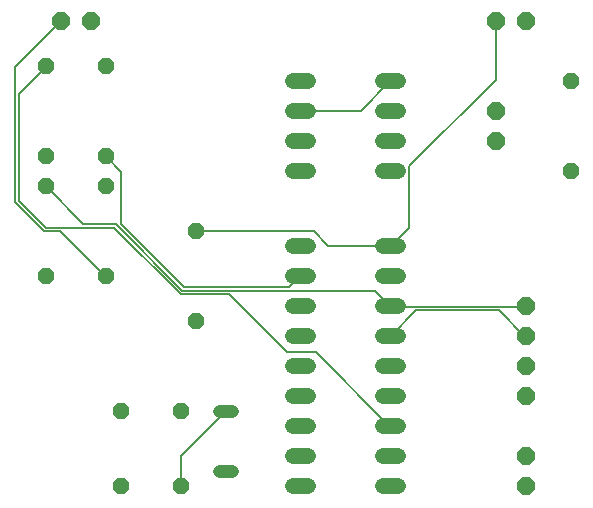
<source format=gbr>
G04 EAGLE Gerber RS-274X export*
G75*
%MOMM*%
%FSLAX34Y34*%
%LPD*%
%INBottom Copper*%
%IPPOS*%
%AMOC8*
5,1,8,0,0,1.08239X$1,22.5*%
G01*
%ADD10P,1.632244X8X202.500000*%
%ADD11P,1.429621X8X202.500000*%
%ADD12P,1.632244X8X22.500000*%
%ADD13C,1.320800*%
%ADD14C,1.117600*%
%ADD15P,1.429621X8X112.500000*%
%ADD16P,1.632244X8X112.500000*%
%ADD17C,0.152400*%


D10*
X444500Y431800D03*
X419100Y431800D03*
X76200Y431800D03*
X50800Y431800D03*
D11*
X152400Y101600D03*
X101600Y101600D03*
X152400Y38100D03*
X101600Y38100D03*
D12*
X419100Y330200D03*
X419100Y355600D03*
D13*
X260604Y241300D02*
X247396Y241300D01*
X247396Y215900D02*
X260604Y215900D01*
X260604Y88900D02*
X247396Y88900D01*
X247396Y63500D02*
X260604Y63500D01*
X260604Y190500D02*
X247396Y190500D01*
X247396Y165100D02*
X260604Y165100D01*
X260604Y114300D02*
X247396Y114300D01*
X247396Y139700D02*
X260604Y139700D01*
X260604Y38100D02*
X247396Y38100D01*
X323596Y38100D02*
X336804Y38100D01*
X336804Y63500D02*
X323596Y63500D01*
X323596Y88900D02*
X336804Y88900D01*
X336804Y114300D02*
X323596Y114300D01*
X323596Y139700D02*
X336804Y139700D01*
X336804Y165100D02*
X323596Y165100D01*
X323596Y190500D02*
X336804Y190500D01*
X336804Y215900D02*
X323596Y215900D01*
X323596Y241300D02*
X336804Y241300D01*
X260604Y381000D02*
X247396Y381000D01*
X247396Y355600D02*
X260604Y355600D01*
X323596Y355600D02*
X336804Y355600D01*
X336804Y381000D02*
X323596Y381000D01*
X260604Y330200D02*
X247396Y330200D01*
X247396Y304800D02*
X260604Y304800D01*
X323596Y330200D02*
X336804Y330200D01*
X336804Y304800D02*
X323596Y304800D01*
D12*
X444500Y38100D03*
X444500Y63500D03*
D14*
X196088Y50800D02*
X184912Y50800D01*
X184912Y101600D02*
X196088Y101600D01*
D15*
X88900Y317500D03*
X88900Y393700D03*
X88900Y215900D03*
X88900Y292100D03*
X482600Y304800D03*
X482600Y381000D03*
X165100Y177800D03*
X165100Y254000D03*
X38100Y317500D03*
X38100Y393700D03*
X38100Y215900D03*
X38100Y292100D03*
D16*
X444500Y114300D03*
X444500Y139700D03*
X444500Y165100D03*
X444500Y190500D03*
D17*
X304800Y356108D02*
X254508Y356108D01*
X304800Y356108D02*
X329184Y380492D01*
X254508Y356108D02*
X254000Y355600D01*
X329184Y380492D02*
X330200Y381000D01*
X50292Y430784D02*
X12192Y392684D01*
X12192Y278384D01*
X36576Y254000D01*
X50292Y254000D01*
X88392Y215900D01*
X50292Y430784D02*
X50800Y431800D01*
X88392Y215900D02*
X88900Y215900D01*
X277368Y241808D02*
X329184Y241808D01*
X277368Y241808D02*
X265176Y254000D01*
X165100Y254000D01*
X329184Y241808D02*
X330200Y241300D01*
X419100Y382016D02*
X419100Y431800D01*
X419100Y382016D02*
X345948Y308864D01*
X345948Y257048D01*
X330200Y241300D01*
X252984Y215900D02*
X243840Y206756D01*
X155448Y206756D01*
X102108Y260096D01*
X102108Y304292D01*
X88900Y317500D01*
X252984Y215900D02*
X254000Y215900D01*
X152400Y63500D02*
X152400Y38100D01*
X152400Y63500D02*
X190500Y101600D01*
X15240Y369824D02*
X38100Y392684D01*
X15240Y369824D02*
X15240Y279908D01*
X38100Y257048D01*
X96012Y257048D01*
X152400Y200660D01*
X193548Y200660D01*
X242316Y151892D01*
X266700Y151892D01*
X329184Y89408D01*
X38100Y392684D02*
X38100Y393700D01*
X329184Y89408D02*
X330200Y88900D01*
X330708Y189992D02*
X443484Y189992D01*
X330708Y189992D02*
X330200Y190500D01*
X443484Y189992D02*
X444500Y190500D01*
X70104Y260096D02*
X38100Y292100D01*
X70104Y260096D02*
X97536Y260096D01*
X153924Y203708D01*
X316992Y203708D01*
X330200Y190500D01*
X352044Y186944D02*
X330200Y165100D01*
X352044Y186944D02*
X422148Y186944D01*
X443484Y165608D01*
X444500Y165100D01*
M02*

</source>
